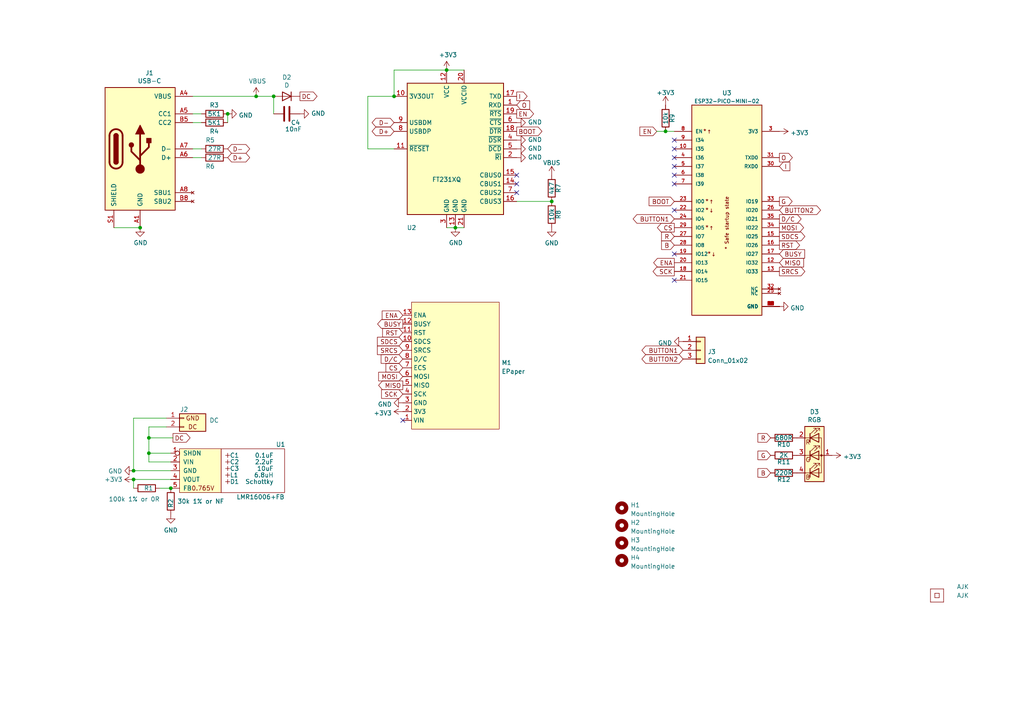
<source format=kicad_sch>
(kicad_sch (version 20211123) (generator eeschema)
  (paper "A4")
  (title_block (title "2.13\" epaper display board") (date "${DATE}") (rev "1") (company "Adrian Kennard / Andrews & Arnold Ltd") (comment 1 "@TheRealRevK") (comment 2 "www.me.uk"))
  (lib_symbols
    (symbol "Connector_Generic:Conn_01x03" (pin_names (offset 1.016) hide)
      (property "Reference" "J" (at 0 5.08 0))
      (property "Value" "Conn_01x03" (at 0 -5.08 0))
      (symbol "Conn_01x03_1_1"
        (rectangle (start -1.27 -2.413) (end 0 -2.667) (stroke (width 0.1524)))
        (rectangle (start -1.27 0.127) (end 0 -0.127) (stroke (width 0.1524)))
        (rectangle (start -1.27 2.667) (end 0 2.413) (stroke (width 0.1524)))
        (rectangle (start -1.27 3.81) (end 1.27 -3.81) (stroke (width 0.254)) (fill (type background)))
        (pin passive line (at -5.08 2.54 0) (length 3.81) (name "Pin_1") (number "1"))
        (pin passive line (at -5.08 0 0) (length 3.81) (name "Pin_2") (number "2"))
        (pin passive line (at -5.08 -2.54 0) (length 3.81) (name "Pin_3") (number "3"))
      )
    )
    (symbol "Device:C" (pin_numbers hide) (pin_names (offset 0.254))
      (property "Reference" "C" (at 0.635 2.54 0))
      (property "Value" "C" (at 0.635 -2.54 0))
      (symbol "C_0_1"
        (polyline (pts (xy -2.032 -0.762) (xy 2.032 -0.762)) (stroke (width 0.508)))
        (polyline (pts (xy -2.032 0.762) (xy 2.032 0.762)) (stroke (width 0.508)))
      )
      (symbol "C_1_1"
        (pin passive line (at 0 3.81 270) (length 2.794) (name "~") (number "1"))
        (pin passive line (at 0 -3.81 90) (length 2.794) (name "~") (number "2"))
      )
    )
    (symbol "Device:D" (pin_numbers hide) (pin_names (offset 1.016) hide)
      (property "Reference" "D" (at 0 2.54 0))
      (property "Value" "D" (at 0 -2.54 0))
      (symbol "D_0_1"
        (polyline (pts (xy -1.27 1.27) (xy -1.27 -1.27)) (stroke (width 0.254)))
        (polyline (pts (xy 1.27 0) (xy -1.27 0)))
        (polyline (pts (xy 1.27 1.27) (xy 1.27 -1.27) (xy -1.27 0) (xy 1.27 1.27)) (stroke (width 0.254)))
      )
      (symbol "D_1_1"
        (pin passive line (at -3.81 0 0) (length 2.54) (name "K") (number "1"))
        (pin passive line (at 3.81 0 180) (length 2.54) (name "A") (number "2"))
      )
    )
    (symbol "Device:LED_ARGB" (pin_names (offset 0) hide)
      (property "Reference" "D" (at 0 9.398 0))
      (property "Value" "LED_ARGB" (at 0 -8.89 0))
      (symbol "LED_ARGB_0_0"
        (text "B" (at -1.905 -6.35 0) (effects (font (size 1.27 1.27))))
        (text "G" (at -1.905 -1.27 0) (effects (font (size 1.27 1.27))))
        (text "R" (at -1.905 3.81 0) (effects (font (size 1.27 1.27))))
      )
      (symbol "LED_ARGB_0_1"
        (polyline (pts (xy -1.27 -5.08) (xy -2.54 -5.08)))
        (polyline (pts (xy -1.27 -5.08) (xy 1.27 -5.08)))
        (polyline (pts (xy -1.27 -3.81) (xy -1.27 -6.35)) (stroke (width 0.254)))
        (polyline (pts (xy -1.27 0) (xy -2.54 0)))
        (polyline (pts (xy -1.27 1.27) (xy -1.27 -1.27)) (stroke (width 0.254)))
        (polyline (pts (xy -1.27 5.08) (xy -2.54 5.08)))
        (polyline (pts (xy -1.27 5.08) (xy 1.27 5.08)))
        (polyline (pts (xy -1.27 6.35) (xy -1.27 3.81)) (stroke (width 0.254)))
        (polyline (pts (xy 1.27 0) (xy -1.27 0)))
        (polyline (pts (xy 1.27 0) (xy 2.54 0)))
        (polyline (pts (xy -1.27 1.27) (xy -1.27 -1.27) (xy -1.27 -1.27)))
        (polyline (pts (xy -1.27 6.35) (xy -1.27 3.81) (xy -1.27 3.81)))
        (polyline (pts (xy 1.27 -5.08) (xy 2.032 -5.08) (xy 2.032 5.08) (xy 1.27 5.08)))
        (polyline (pts (xy 1.27 -3.81) (xy 1.27 -6.35) (xy -1.27 -5.08) (xy 1.27 -3.81)) (stroke (width 0.254)))
        (polyline (pts (xy 1.27 1.27) (xy 1.27 -1.27) (xy -1.27 0) (xy 1.27 1.27)) (stroke (width 0.254)))
        (polyline (pts (xy 1.27 6.35) (xy 1.27 3.81) (xy -1.27 5.08) (xy 1.27 6.35)) (stroke (width 0.254)))
        (polyline (pts (xy -1.016 -3.81) (xy 0.508 -2.286) (xy -0.254 -2.286) (xy 0.508 -2.286) (xy 0.508 -3.048)))
        (polyline (pts (xy -1.016 1.27) (xy 0.508 2.794) (xy -0.254 2.794) (xy 0.508 2.794) (xy 0.508 2.032)))
        (polyline (pts (xy -1.016 6.35) (xy 0.508 7.874) (xy -0.254 7.874) (xy 0.508 7.874) (xy 0.508 7.112)))
        (polyline (pts (xy 0 -3.81) (xy 1.524 -2.286) (xy 0.762 -2.286) (xy 1.524 -2.286) (xy 1.524 -3.048)))
        (polyline (pts (xy 0 1.27) (xy 1.524 2.794) (xy 0.762 2.794) (xy 1.524 2.794) (xy 1.524 2.032)))
        (polyline (pts (xy 0 6.35) (xy 1.524 7.874) (xy 0.762 7.874) (xy 1.524 7.874) (xy 1.524 7.112)))
        (rectangle (start 1.27 -1.27) (end 1.27 1.27))
        (rectangle (start 1.27 1.27) (end 1.27 1.27))
        (rectangle (start 1.27 3.81) (end 1.27 6.35))
        (rectangle (start 1.27 6.35) (end 1.27 6.35))
        (circle (center 2.032 0) (radius 0.254) (fill (type outline)))
        (rectangle (start 2.794 8.382) (end -2.794 -7.62) (stroke (width 0.254)) (fill (type background)))
      )
      (symbol "LED_ARGB_1_1"
        (pin passive line (at 5.08 0 180) (length 2.54) (name "A") (number "1"))
        (pin passive line (at -5.08 5.08 0) (length 2.54) (name "RK") (number "2"))
        (pin passive line (at -5.08 0 0) (length 2.54) (name "GK") (number "3"))
        (pin passive line (at -5.08 -5.08 0) (length 2.54) (name "BK") (number "4"))
      )
    )
    (symbol "Device:R" (pin_numbers hide) (pin_names (offset 0))
      (property "Reference" "R" (at 2.032 0 90))
      (property "Value" "R" (at 0 0 90))
      (symbol "R_0_1"
        (rectangle (start -1.016 -2.54) (end 1.016 2.54) (stroke (width 0.254)))
      )
      (symbol "R_1_1"
        (pin passive line (at 0 3.81 270) (length 1.27) (name "~") (number "1"))
        (pin passive line (at 0 -3.81 90) (length 1.27) (name "~") (number "2"))
      )
    )
    (symbol "Mechanical:MountingHole" (pin_names (offset 1.016))
      (property "Reference" "H" (at 0 5.08 0))
      (property "Value" "MountingHole" (at 0 3.175 0))
      (symbol "MountingHole_0_1"
        (circle (center 0 0) (radius 1.27) (stroke (width 1.27)))
      )
    )
    (symbol "RevK:AJK" (pin_names (offset 1.016)) (in_bom no)
      (property "Value" "AJK" (at 0 0 0))
    )
    (symbol "RevK:EPaper"
      (property "Reference" "M" (at 24.13 1.27 0))
      (property "Value" "EPaper" (at 24.13 34.29 0))
      (symbol "EPaper_0_1"
        (rectangle (start 0 36.83) (end 25.4 0) (stroke (width 0.1524)) (fill (type background)))
      )
      (symbol "EPaper_1_1"
        (pin power_in line (at -2.54 2.54 0) (length 2.54) (name "VIN") (number "1"))
        (pin input line (at -2.54 25.4 0) (length 2.54) (name "SDCS") (number "10"))
        (pin input line (at -2.54 27.94 0) (length 2.54) (name "RST") (number "11"))
        (pin output line (at -2.54 30.48 0) (length 2.54) (name "BUSY") (number "12"))
        (pin input line (at -2.54 33.02 0) (length 2.54) (name "ENA") (number "13"))
        (pin power_in line (at -2.54 5.08 0) (length 2.54) (name "3V3") (number "2"))
        (pin power_in line (at -2.54 7.62 0) (length 2.54) (name "GND") (number "3"))
        (pin input line (at -2.54 10.16 0) (length 2.54) (name "SCK") (number "4"))
        (pin output line (at -2.54 12.7 0) (length 2.54) (name "MISO") (number "5"))
        (pin input line (at -2.54 15.24 0) (length 2.54) (name "MOSI") (number "6"))
        (pin input line (at -2.54 17.78 0) (length 2.54) (name "ECS") (number "7"))
        (pin input line (at -2.54 20.32 0) (length 2.54) (name "D/C") (number "8"))
        (pin input line (at -2.54 22.86 0) (length 2.54) (name "SRCS") (number "9"))
      )
    )
    (symbol "RevK:ESP32-PICO-MINI-02" (pin_names (offset 1.016))
      (property "Reference" "U" (at -10.16 -33.02 0))
      (property "Value" "ESP32-PICO-MINI-02" (at 0 27.94 0))
      (symbol "ESP32-PICO-MINI-02_0_0"
        (rectangle (start -10.16 -30.48) (end 10.16 30.48) (stroke (width 0.254)) (fill (type background)))
        (text "* Safe startup state" (at 0 -11.43 900) (effects (font (size 1 1)) (justify left)))
        (text "*↑" (at -6.985 22.86 0) (effects (font (size 1.27 1.27)) (justify left)))
        (text "*↑" (at -6.35 -5.08 0) (effects (font (size 1.27 1.27)) (justify left)))
        (text "*↑" (at -6.35 2.54 0) (effects (font (size 1.27 1.27)) (justify left)))
        (text "*↓" (at -6.35 0 0) (effects (font (size 1.27 1.27)) (justify left)))
        (text "*↓" (at -5.715 -12.7 0) (effects (font (size 1.27 1.27)) (justify left)))
        (pin power_in line (at 15.24 -27.94 180) (length 5.08) (name "GND") (number "1"))
        (pin input line (at -15.24 17.78 0) (length 5.08) (name "I35") (number "10"))
        (pin power_in line (at 15.24 -27.94 180) (length 5.08) (name "GND") (number "11"))
        (pin bidirectional line (at 15.24 -15.24 180) (length 5.08) (name "IO32") (number "12"))
        (pin bidirectional line (at 15.24 -17.78 180) (length 5.08) (name "IO33") (number "13"))
        (pin power_in line (at 15.24 -27.94 180) (length 5.08) (name "GND") (number "14"))
        (pin bidirectional line (at 15.24 -7.62 180) (length 5.08) (name "IO25") (number "15"))
        (pin bidirectional line (at 15.24 -10.16 180) (length 5.08) (name "IO26") (number "16"))
        (pin bidirectional line (at 15.24 -12.7 180) (length 5.08) (name "IO27") (number "17"))
        (pin bidirectional line (at -15.24 -17.78 0) (length 5.08) (name "IO14") (number "18"))
        (pin bidirectional line (at -15.24 -12.7 0) (length 5.08) (name "IO12") (number "19"))
        (pin power_in line (at 15.24 -27.94 180) (length 5.08) (name "GND") (number "2"))
        (pin bidirectional line (at -15.24 -15.24 0) (length 5.08) (name "IO13") (number "20"))
        (pin bidirectional line (at -15.24 -20.32 0) (length 5.08) (name "IO15") (number "21"))
        (pin bidirectional line (at -15.24 0 0) (length 5.08) (name "IO2") (number "22"))
        (pin bidirectional line (at -15.24 2.54 0) (length 5.08) (name "IO0") (number "23"))
        (pin bidirectional line (at -15.24 -2.54 0) (length 5.08) (name "IO4") (number "24"))
        (pin no_connect line (at 15.24 -24.13 180) (length 5.08) (name "NC") (number "25"))
        (pin bidirectional line (at 15.24 0 180) (length 5.08) (name "IO20") (number "26"))
        (pin bidirectional line (at -15.24 -7.62 0) (length 5.08) (name "IO7") (number "27"))
        (pin bidirectional line (at -15.24 -10.16 0) (length 5.08) (name "IO8") (number "28"))
        (pin bidirectional line (at -15.24 -5.08 0) (length 5.08) (name "IO5") (number "29"))
        (pin power_in line (at 15.24 22.86 180) (length 5.08) (name "3V3") (number "3"))
        (pin bidirectional line (at 15.24 12.7 180) (length 5.08) (name "RXD0") (number "30"))
        (pin bidirectional line (at 15.24 15.24 180) (length 5.08) (name "TXD0") (number "31"))
        (pin no_connect line (at 15.24 -22.86 180) (length 5.08) (name "NC") (number "32"))
        (pin bidirectional line (at 15.24 2.54 180) (length 5.08) (name "IO19") (number "33"))
        (pin bidirectional line (at 15.24 -5.08 180) (length 5.08) (name "IO22") (number "34"))
        (pin bidirectional line (at 15.24 -2.54 180) (length 5.08) (name "IO21") (number "35"))
        (pin power_in line (at 15.24 -27.94 180) (length 5.08) (name "GND") (number "36"))
        (pin power_in line (at 15.24 -27.94 180) (length 5.08) (name "GND") (number "37"))
        (pin power_in line (at 15.24 -27.94 180) (length 5.08) (name "GND") (number "38"))
        (pin power_in line (at 15.24 -27.94 180) (length 5.08) (name "GND") (number "39"))
        (pin input line (at -15.24 15.24 0) (length 5.08) (name "I36") (number "4"))
        (pin power_in line (at 15.24 -27.94 180) (length 5.08) (name "GND") (number "40"))
        (pin power_in line (at 15.24 -27.94 180) (length 5.08) (name "GND") (number "41"))
        (pin power_in line (at 15.24 -27.94 180) (length 5.08) (name "GND") (number "42"))
        (pin power_in line (at 15.24 -27.94 180) (length 5.08) (name "GND") (number "43"))
        (pin power_in line (at 15.24 -27.94 180) (length 5.08) (name "GND") (number "44"))
        (pin power_in line (at 15.24 -27.94 180) (length 5.08) (name "GND") (number "45"))
        (pin power_in line (at 15.24 -27.94 180) (length 5.08) (name "GND") (number "46"))
        (pin power_in line (at 15.24 -27.94 180) (length 5.08) (name "GND") (number "47"))
        (pin power_in line (at 15.24 -27.94 180) (length 5.08) (name "GND") (number "48"))
        (pin power_in line (at 15.24 -27.94 180) (length 5.08) (name "GND") (number "49"))
        (pin input line (at -15.24 12.7 0) (length 5.08) (name "I37") (number "5"))
        (pin power_in line (at 15.24 -27.94 180) (length 5.08) (name "GND") (number "50"))
        (pin power_in line (at 15.24 -27.94 180) (length 5.08) (name "GND") (number "51"))
        (pin power_in line (at 15.24 -27.94 180) (length 5.08) (name "GND") (number "52"))
        (pin power_in line (at 15.24 -27.94 180) (length 5.08) (name "GND") (number "53"))
        (pin input line (at -15.24 10.16 0) (length 5.08) (name "I38") (number "6"))
        (pin input line (at -15.24 7.62 0) (length 5.08) (name "I39") (number "7"))
        (pin input line (at -15.24 22.86 0) (length 5.08) (name "EN") (number "8"))
        (pin input line (at -15.24 20.32 0) (length 5.08) (name "I34") (number "9"))
      )
    )
    (symbol "RevK:FT231XQ"
      (property "Reference" "U" (at -13.97 20.32 0))
      (property "Value" "FT231XQ" (at 6.35 20.32 0))
      (symbol "FT231XQ_0_1"
        (rectangle (start -13.97 19.05) (end 13.97 -19.05) (stroke (width 0.254)) (fill (type background)))
      )
      (symbol "FT231XQ_1_1"
        (pin input line (at 17.78 12.7 180) (length 3.81) (name "RXD") (number "1"))
        (pin passive line (at -17.78 15.24 0) (length 3.81) (name "3V3OUT") (number "10"))
        (pin input line (at -17.78 0 0) (length 3.81) (name "~{RESET}") (number "11"))
        (pin power_in line (at -2.54 22.86 270) (length 3.81) (name "VCC") (number "12"))
        (pin power_in line (at 0 -22.86 90) (length 3.81) (name "GND") (number "13"))
        (pin bidirectional line (at 17.78 -10.16 180) (length 3.81) (name "CBUS1") (number "14"))
        (pin bidirectional line (at 17.78 -7.62 180) (length 3.81) (name "CBUS0") (number "15"))
        (pin bidirectional line (at 17.78 -15.24 180) (length 3.81) (name "CBUS3") (number "16"))
        (pin output line (at 17.78 15.24 180) (length 3.81) (name "TXD") (number "17"))
        (pin output line (at 17.78 5.08 180) (length 3.81) (name "~{DTR}") (number "18"))
        (pin output line (at 17.78 10.16 180) (length 3.81) (name "~{RTS}") (number "19"))
        (pin input line (at 17.78 -2.54 180) (length 3.81) (name "~{RI}") (number "2"))
        (pin power_in line (at 2.54 22.86 270) (length 3.81) (name "VCCIO") (number "20"))
        (pin power_in line (at 2.54 -22.86 90) (length 3.81) (name "GND") (number "21"))
        (pin power_in line (at -2.54 -22.86 90) (length 3.81) (name "GND") (number "3"))
        (pin input line (at 17.78 2.54 180) (length 3.81) (name "~{DSR}") (number "4"))
        (pin input line (at 17.78 0 180) (length 3.81) (name "~{DCD}") (number "5"))
        (pin input line (at 17.78 7.62 180) (length 3.81) (name "~{CTS}") (number "6"))
        (pin bidirectional line (at 17.78 -12.7 180) (length 3.81) (name "CBUS2") (number "7"))
        (pin bidirectional line (at -17.78 5.08 0) (length 3.81) (name "USBDP") (number "8"))
        (pin bidirectional line (at -17.78 7.62 0) (length 3.81) (name "USBDM") (number "9"))
      )
    )
    (symbol "RevK:Hidden" (pin_names (offset 1.016))
      (property "Reference" "Z" (at 0.635 0 0))
      (property "Value" "Hidden" (at 4.445 0 0))
      (symbol "Hidden_0_1"
        (polyline (pts (xy -0.635 0) (xy 0.635 0)) (stroke (width 0.1524)))
        (polyline (pts (xy 0 0.635) (xy 0 -0.635)) (stroke (width 0.1524)))
      )
      (symbol "Hidden_1_1"
        (pin no_connect non_logic (at 0 -2.54 90) (length 2.54) hide (name "~") (number "~"))
      )
    )
    (symbol "RevK:LMR16006+FB" (pin_names (offset 1.016))
      (property "Reference" "U" (at 11.43 2.54 0))
      (property "Value" "LMR16006+FB" (at 7.62 -12.7 0))
      (symbol "LMR16006+FB_0_0"
        (rectangle (start 2.54 1.27) (end 14.605 -11.43) (fill (type background)))
        (text "0.765V" (at 12.7 -10.16 0) (effects (font (size 1.27 1.27)) (justify right)))
      )
      (symbol "LMR16006+FB_0_1"
        (rectangle (start 14.605 1.27) (end 33.02 -11.43))
      )
      (symbol "LMR16006+FB_1_1"
        (pin input inverted (at 0 0 0) (length 2.54) (name "SHDN") (number "1"))
        (pin power_in line (at 0 -2.54 0) (length 2.54) (name "VIN") (number "2"))
        (pin power_in line (at 0 -5.08 0) (length 2.54) (name "GND") (number "3"))
        (pin power_out line (at 0 -7.62 0) (length 2.54) (name "VOUT") (number "4"))
        (pin passive line (at 0 -10.16 0) (length 2.54) (name "FB") (number "5"))
      )
    )
    (symbol "RevK:PowerIn" (pin_names (offset 1.016) hide)
      (property "Reference" "J" (at 0 2.54 0))
      (property "Value" "PowerIn" (at 2.54 -5.08 0))
      (symbol "PowerIn_0_0"
        (text "DC" (at 2.54 -2.54 0) (effects (font (size 1.27 1.27))))
        (text "GND" (at 2.54 0 0) (effects (font (size 1.27 1.27))))
      )
      (symbol "PowerIn_1_1"
        (rectangle (start -1.27 -2.413) (end 0 -2.667) (stroke (width 0.1524)))
        (rectangle (start -1.27 0.127) (end 0 -0.127) (stroke (width 0.1524)))
        (rectangle (start -1.27 1.27) (end 6.35 -3.81) (stroke (width 0.254)) (fill (type background)))
        (pin power_in line (at -5.08 0 0) (length 3.81) (name "GND") (number "1"))
        (pin power_out line (at -5.08 -2.54 0) (length 3.81) (name "DC") (number "2"))
      )
    )
    (symbol "RevK:QR" (pin_names (offset 1.016)) (in_bom no)
      (symbol "QR_0_1"
        (rectangle (start -1.905 -1.905) (end -1.905 1.905))
        (rectangle (start -1.905 1.905) (end 1.905 1.905))
        (rectangle (start -0.635 -0.635) (end -0.635 0.635))
        (rectangle (start -0.635 0.635) (end 0.635 0.635))
        (rectangle (start 0.635 -0.635) (end -0.635 -0.635))
        (rectangle (start 0.635 0.635) (end 0.635 -0.635))
        (rectangle (start 1.905 -1.905) (end -1.905 -1.905))
        (rectangle (start 1.905 1.905) (end 1.905 -1.905))
      )
    )
    (symbol "RevK:USB-C" (pin_names (offset 1.016))
      (property "Reference" "J" (at -10.16 19.05 0))
      (property "Value" "USB-C" (at -7.62 15.24 0))
      (symbol "USB-C_0_1"
        (rectangle (start -10.16 17.78) (end 10.16 -17.78) (stroke (width 0.254)) (fill (type background)))
        (arc (start -8.89 -3.81) (mid -6.985 -5.715) (end -5.08 -3.81) (stroke (width 0.508)))
        (arc (start -7.62 -3.81) (mid -6.985 -4.445) (end -6.35 -3.81) (stroke (width 0.254)))
        (arc (start -7.62 -3.81) (mid -6.985 -4.445) (end -6.35 -3.81) (stroke (width 0.254)) (fill (type outline)))
        (rectangle (start -7.62 -3.81) (end -6.35 3.81) (stroke (width 0.254)) (fill (type outline)))
        (arc (start -6.35 3.81) (mid -6.985 4.445) (end -7.62 3.81) (stroke (width 0.254)))
        (arc (start -6.35 3.81) (mid -6.985 4.445) (end -7.62 3.81) (stroke (width 0.254)) (fill (type outline)))
        (arc (start -5.08 3.81) (mid -6.985 5.715) (end -8.89 3.81) (stroke (width 0.508)))
        (circle (center -2.54 1.143) (radius 0.635) (stroke (width 0.254)) (fill (type outline)))
        (circle (center 0 -5.842) (radius 1.27) (fill (type outline)))
        (polyline (pts (xy -8.89 -3.81) (xy -8.89 3.81)) (stroke (width 0.508)))
        (polyline (pts (xy -5.08 3.81) (xy -5.08 -3.81)) (stroke (width 0.508)))
        (polyline (pts (xy 0 -5.842) (xy 0 4.318)) (stroke (width 0.508)))
        (polyline (pts (xy 0 -3.302) (xy -2.54 -0.762) (xy -2.54 0.508)) (stroke (width 0.508)))
        (polyline (pts (xy 0 -2.032) (xy 2.54 0.508) (xy 2.54 1.778)) (stroke (width 0.508)))
        (polyline (pts (xy -1.27 4.318) (xy 0 6.858) (xy 1.27 4.318) (xy -1.27 4.318)) (stroke (width 0.254)) (fill (type outline)))
        (rectangle (start 1.905 1.778) (end 3.175 3.048) (stroke (width 0.254)) (fill (type outline)))
      )
      (symbol "USB-C_1_1"
        (pin power_out line (at 0 -22.86 90) (length 5.08) (name "GND") (number "A1"))
        (pin passive line (at 0 -22.86 90) (length 5.08) hide (name "GND") (number "A12"))
        (pin power_out line (at 15.24 15.24 180) (length 5.08) (name "VBUS") (number "A4"))
        (pin bidirectional line (at 15.24 10.16 180) (length 5.08) (name "CC1") (number "A5"))
        (pin bidirectional line (at 15.24 -2.54 180) (length 5.08) (name "D+") (number "A6"))
        (pin bidirectional line (at 15.24 0 180) (length 5.08) (name "D-") (number "A7"))
        (pin no_connect line (at 15.24 -12.7 180) (length 5.08) (name "SBU1") (number "A8"))
        (pin passive line (at 15.24 15.24 180) (length 5.08) hide (name "VBUS") (number "A9"))
        (pin passive line (at 0 -22.86 90) (length 5.08) hide (name "GND") (number "B1"))
        (pin passive line (at 0 -22.86 90) (length 5.08) hide (name "GND") (number "B12"))
        (pin passive line (at 15.24 15.24 180) (length 5.08) hide (name "VBUS") (number "B4"))
        (pin bidirectional line (at 15.24 7.62 180) (length 5.08) (name "CC2") (number "B5"))
        (pin bidirectional line (at 15.24 -2.54 180) (length 5.08) hide (name "D+") (number "B6"))
        (pin bidirectional line (at 15.24 0 180) (length 5.08) hide (name "D-") (number "B7"))
        (pin no_connect line (at 15.24 -15.24 180) (length 5.08) (name "SBU2") (number "B8"))
        (pin passive line (at 15.24 15.24 180) (length 5.08) hide (name "VBUS") (number "B9"))
        (pin passive line (at -7.62 -22.86 90) (length 5.08) (name "SHIELD") (number "S1"))
      )
    )
    (symbol "power:+3.3V" (power) (pin_names (offset 0))
      (property "Value" "+3.3V" (at 0 3.556 0))
      (symbol "+3.3V_0_1"
        (polyline (pts (xy -0.762 1.27) (xy 0 2.54)))
        (polyline (pts (xy 0 0) (xy 0 2.54)))
        (polyline (pts (xy 0 2.54) (xy 0.762 1.27)))
      )
      (symbol "+3.3V_1_1"
        (pin power_in line (at 0 0 90) (length 0) hide (name "+3V3") (number "1"))
      )
    )
    (symbol "power:+3V3" (power) (pin_names (offset 0))
      (property "Value" "+3V3" (at 0 3.556 0))
      (symbol "+3V3_0_1"
        (polyline (pts (xy -0.762 1.27) (xy 0 2.54)))
        (polyline (pts (xy 0 0) (xy 0 2.54)))
        (polyline (pts (xy 0 2.54) (xy 0.762 1.27)))
      )
      (symbol "+3V3_1_1"
        (pin power_in line (at 0 0 90) (length 0) hide (name "+3V3") (number "1"))
      )
    )
    (symbol "power:GND" (power) (pin_names (offset 0))
      (property "Value" "GND" (at 0 -3.81 0))
      (symbol "GND_0_1"
        (polyline (pts (xy 0 0) (xy 0 -1.27) (xy 1.27 -1.27) (xy 0 -2.54) (xy -1.27 -1.27) (xy 0 -1.27)))
      )
      (symbol "GND_1_1"
        (pin power_in line (at 0 0 270) (length 0) hide (name "GND") (number "1"))
      )
    )
    (symbol "power:VBUS" (power) (pin_names (offset 0))
      (property "Value" "VBUS" (at 0 3.81 0))
      (symbol "VBUS_0_1"
        (polyline (pts (xy -0.762 1.27) (xy 0 2.54)))
        (polyline (pts (xy 0 0) (xy 0 2.54)))
        (polyline (pts (xy 0 2.54) (xy 0.762 1.27)))
      )
      (symbol "VBUS_1_1"
        (pin power_in line (at 0 0 90) (length 0) hide (name "VBUS") (number "1"))
      )
    )
  )
  (junction (at 160.02 58.42))
  (junction (at 129.54 20.32))
  (junction (at 43.18 131.445))
  (junction (at 193.04 38.1))
  (junction (at 114.3 27.94))
  (junction (at 74.295 27.94))
  (junction (at 132.08 66.04))
  (junction (at 43.18 127))
  (junction (at 49.53 141.605))
  (junction (at 38.735 139.065))
  (junction (at 66.04 33.02))
  (junction (at 40.64 66.04))
  (junction (at 79.375 27.94))
  (junction (at 38.735 136.525))
  (no_connect (at 195.58 81.28))
  (no_connect (at 116.84 121.92))
  (no_connect (at 149.86 55.88))
  (no_connect (at 195.58 60.96))
  (no_connect (at 195.58 73.66))
  (no_connect (at 149.86 50.8))
  (no_connect (at 149.86 53.34))
  (no_connect (at 195.58 48.26))
  (no_connect (at 195.58 45.72))
  (no_connect (at 195.58 43.18))
  (no_connect (at 195.58 53.34))
  (no_connect (at 195.58 50.8))
  (no_connect (at 195.58 40.64))
  (wire (pts (xy 55.88 33.02) (xy 58.42 33.02)))
  (wire (pts (xy 55.88 27.94) (xy 74.295 27.94)))
  (wire (pts (xy 66.04 33.02) (xy 66.04 35.56)))
  (wire (pts (xy 38.735 136.525) (xy 49.53 136.525)))
  (wire (pts (xy 106.68 27.94) (xy 106.68 43.18)))
  (wire (pts (xy 79.375 27.94) (xy 79.375 33.02)))
  (wire (pts (xy 55.88 45.72) (xy 58.42 45.72)))
  (wire (pts (xy 193.04 38.1) (xy 195.58 38.1)))
  (wire (pts (xy 38.735 139.065) (xy 49.53 139.065)))
  (wire (pts (xy 43.18 127) (xy 50.165 127)))
  (wire (pts (xy 114.3 27.94) (xy 106.68 27.94)))
  (wire (pts (xy 33.02 66.04) (xy 40.64 66.04)))
  (wire (pts (xy 46.355 141.605) (xy 49.53 141.605)))
  (wire (pts (xy 106.68 43.18) (xy 114.3 43.18)))
  (wire (pts (xy 43.18 123.825) (xy 43.18 127)))
  (wire (pts (xy 48.26 123.825) (xy 43.18 123.825)))
  (wire (pts (xy 55.88 35.56) (xy 58.42 35.56)))
  (wire (pts (xy 74.295 27.94) (xy 79.375 27.94)))
  (wire (pts (xy 43.18 127) (xy 43.18 131.445)))
  (wire (pts (xy 114.3 20.32) (xy 129.54 20.32)))
  (wire (pts (xy 55.88 43.18) (xy 58.42 43.18)))
  (wire (pts (xy 114.3 27.94) (xy 114.3 20.32)))
  (wire (pts (xy 43.18 133.985) (xy 49.53 133.985)))
  (wire (pts (xy 38.735 121.285) (xy 48.26 121.285)))
  (wire (pts (xy 129.54 20.32) (xy 134.62 20.32)))
  (wire (pts (xy 43.18 131.445) (xy 49.53 131.445)))
  (wire (pts (xy 38.735 136.525) (xy 38.735 121.285)))
  (wire (pts (xy 38.735 139.065) (xy 38.735 141.605)))
  (wire (pts (xy 149.86 58.42) (xy 160.02 58.42)))
  (wire (pts (xy 129.54 66.04) (xy 132.08 66.04)))
  (wire (pts (xy 190.5 38.1) (xy 193.04 38.1)))
  (wire (pts (xy 43.18 131.445) (xy 43.18 133.985)))
  (wire (pts (xy 132.08 66.04) (xy 134.62 66.04)))
  (global_label "B" (shape input) (at 195.58 71.12 180) (property "Intersheet References" "${INTERSHEET_REFS}" (effects hide)))
  (global_label "D+" (shape bidirectional) (at 114.3 38.1 180) (property "Intersheet References" "${INTERSHEET_REFS}" (effects hide)))
  (global_label "BUTTON2" (shape bidirectional) (at 198.12 104.14 180) (property "Intersheet References" "${INTERSHEET_REFS}" (effects hide)))
  (global_label "BOOT" (shape input) (at 195.58 58.42 180) (property "Intersheet References" "${INTERSHEET_REFS}" (effects hide)))
  (global_label "MISO" (shape output) (at 116.84 111.76 180) (property "Intersheet References" "${INTERSHEET_REFS}" (effects hide)))
  (global_label "SDCS" (shape input) (at 116.84 99.06 180) (property "Intersheet References" "${INTERSHEET_REFS}" (effects hide)))
  (global_label "I" (shape input) (at 226.06 48.26 0) (property "Intersheet References" "${INTERSHEET_REFS}" (effects hide)))
  (global_label "SCK" (shape output) (at 195.58 78.74 180) (property "Intersheet References" "${INTERSHEET_REFS}" (effects hide)))
  (global_label "SDCS" (shape output) (at 226.06 68.58 0) (property "Intersheet References" "${INTERSHEET_REFS}" (effects hide)))
  (global_label "MOSI" (shape input) (at 116.84 109.22 180) (property "Intersheet References" "${INTERSHEET_REFS}" (effects hide)))
  (global_label "D-" (shape bidirectional) (at 66.04 43.18 0) (property "Intersheet References" "${INTERSHEET_REFS}" (effects hide)))
  (global_label "D{slash}C" (shape output) (at 226.06 63.5 0) (property "Intersheet References" "${INTERSHEET_REFS}" (effects hide)))
  (global_label "B" (shape input) (at 223.52 137.16 180) (property "Intersheet References" "${INTERSHEET_REFS}" (effects hide)))
  (global_label "EN" (shape output) (at 149.86 33.02 0) (property "Intersheet References" "${INTERSHEET_REFS}" (effects hide)))
  (global_label "G" (shape input) (at 223.52 132.08 180) (property "Intersheet References" "${INTERSHEET_REFS}" (effects hide)))
  (global_label "BUSY" (shape input) (at 226.06 73.66 0) (property "Intersheet References" "${INTERSHEET_REFS}" (effects hide)))
  (global_label "BUTTON1" (shape bidirectional) (at 198.12 101.6 180) (property "Intersheet References" "${INTERSHEET_REFS}" (effects hide)))
  (global_label "CS" (shape input) (at 116.84 106.68 180) (property "Intersheet References" "${INTERSHEET_REFS}" (effects hide)))
  (global_label "DC" (shape output) (at 86.995 27.94 0) (property "Intersheet References" "${INTERSHEET_REFS}" (effects hide)))
  (global_label "BUTTON2" (shape bidirectional) (at 226.06 60.96 0) (property "Intersheet References" "${INTERSHEET_REFS}" (effects hide)))
  (global_label "SRCS" (shape output) (at 226.06 78.74 0) (property "Intersheet References" "${INTERSHEET_REFS}" (effects hide)))
  (global_label "BUTTON1" (shape bidirectional) (at 195.58 63.5 180) (property "Intersheet References" "${INTERSHEET_REFS}" (effects hide)))
  (global_label "DC" (shape output) (at 50.165 127 0) (property "Intersheet References" "${INTERSHEET_REFS}" (effects hide)))
  (global_label "CS" (shape output) (at 195.58 66.04 180) (property "Intersheet References" "${INTERSHEET_REFS}" (effects hide)))
  (global_label "I" (shape output) (at 149.86 27.94 0) (property "Intersheet References" "${INTERSHEET_REFS}" (effects hide)))
  (global_label "BOOT" (shape output) (at 149.86 38.1 0) (property "Intersheet References" "${INTERSHEET_REFS}" (effects hide)))
  (global_label "ENA" (shape input) (at 116.84 91.44 180) (property "Intersheet References" "${INTERSHEET_REFS}" (effects hide)))
  (global_label "SCK" (shape input) (at 116.84 114.3 180) (property "Intersheet References" "${INTERSHEET_REFS}" (effects hide)))
  (global_label "D{slash}C" (shape input) (at 116.84 104.14 180) (property "Intersheet References" "${INTERSHEET_REFS}" (effects hide)))
  (global_label "D-" (shape bidirectional) (at 114.3 35.56 180) (property "Intersheet References" "${INTERSHEET_REFS}" (effects hide)))
  (global_label "R" (shape input) (at 195.58 68.58 180) (property "Intersheet References" "${INTERSHEET_REFS}" (effects hide)))
  (global_label "G" (shape output) (at 226.06 58.42 0) (property "Intersheet References" "${INTERSHEET_REFS}" (effects hide)))
  (global_label "BUSY" (shape output) (at 116.84 93.98 180) (property "Intersheet References" "${INTERSHEET_REFS}" (effects hide)))
  (global_label "EN" (shape input) (at 190.5 38.1 180) (property "Intersheet References" "${INTERSHEET_REFS}" (effects hide)))
  (global_label "R" (shape input) (at 223.52 127 180) (property "Intersheet References" "${INTERSHEET_REFS}" (effects hide)))
  (global_label "MOSI" (shape output) (at 226.06 66.04 0) (property "Intersheet References" "${INTERSHEET_REFS}" (effects hide)))
  (global_label "RST" (shape input) (at 116.84 96.52 180) (property "Intersheet References" "${INTERSHEET_REFS}" (effects hide)))
  (global_label "RST" (shape output) (at 226.06 71.12 0) (property "Intersheet References" "${INTERSHEET_REFS}" (effects hide)))
  (global_label "ENA" (shape output) (at 195.58 76.2 180) (property "Intersheet References" "${INTERSHEET_REFS}" (effects hide)))
  (global_label "O" (shape input) (at 149.86 30.48 0) (property "Intersheet References" "${INTERSHEET_REFS}" (effects hide)))
  (global_label "SRCS" (shape input) (at 116.84 101.6 180) (property "Intersheet References" "${INTERSHEET_REFS}" (effects hide)))
  (global_label "MISO" (shape input) (at 226.06 76.2 0) (property "Intersheet References" "${INTERSHEET_REFS}" (effects hide)))
  (global_label "D+" (shape bidirectional) (at 66.04 45.72 0) (property "Intersheet References" "${INTERSHEET_REFS}" (effects hide)))
  (global_label "O" (shape output) (at 226.06 45.72 0) (property "Intersheet References" "${INTERSHEET_REFS}" (effects hide)))
  (symbol (lib_id "RevK:USB-C") (at 40.64 43.18 0) (unit 1)
    (property "Reference" "J1" (at 43.3578 21.1582 0))
    (property "Value" "USB-C" (at 43.3578 23.4696 0))
    (property "Footprint" "RevK:USC16-TR-Round" (effects hide))
    (property "Datasheet" "https://www.usb.org/sites/default/files/documents/usb_type-c.zip" (effects hide))
  )
  (symbol (lib_id "power:GND") (at 40.64 66.04 0) (unit 1)
    (property "Reference" "#PWR03" (effects hide))
    (property "Value" "GND" (at 40.767 70.4342 0))
  )
  (symbol (lib_id "power:+3V3") (at 129.54 20.32 0) (unit 1)
    (property "Reference" "#PWR010" (effects hide))
    (property "Value" "+3V3" (at 129.921 15.9258 0))
  )
  (symbol (lib_id "Device:R") (at 62.23 35.56 90) (unit 1)
    (property "Reference" "R4" (at 63.5 38.1 90) (effects (justify left)))
    (property "Value" "5K1" (at 64.135 35.56 90) (effects (justify left)))
    (property "Footprint" "RevK:R_0603" (effects hide))
  )
  (symbol (lib_id "Device:R") (at 62.23 33.02 90) (unit 1)
    (property "Reference" "R3" (at 63.5 30.48 90) (effects (justify left)))
    (property "Value" "5K1" (at 64.135 33.02 90) (effects (justify left)))
    (property "Footprint" "RevK:R_0603" (effects hide))
  )
  (symbol (lib_id "RevK:AJK") (at 276.86 172.72 0) (unit 1) (in_bom no)
    (property "Reference" "Logo2" (effects hide))
    (property "Value" "AJK" (at 277.495 172.72 0) (effects (justify left)))
    (property "Footprint" "RevK:AJK" (effects hide))
    (property "Note" "Non part, PCB printed" (effects hide))
  )
  (symbol (lib_id "RevK:FT231XQ") (at 132.08 43.18 0) (unit 1)
    (property "Reference" "U2" (at 119.38 66.04 0))
    (property "Value" "FT231XQ" (at 129.54 52.07 0))
    (property "Footprint" "RevK:QFN-20-1EP_4x4mm_P0.5mm_EP2.5x2.5mm" (effects hide))
    (property "Datasheet" "https://www.ftdichip.com/Support/Documents/DataSheets/ICs/DS_FT231X.pdf" (effects hide))
  )
  (symbol (lib_id "power:GND") (at 149.86 35.56 90) (unit 1)
    (property "Reference" "#PWR012" (effects hide))
    (property "Value" "GND" (at 153.1112 35.433 90) (effects (justify right)))
  )
  (symbol (lib_id "power:GND") (at 149.86 40.64 90) (unit 1)
    (property "Reference" "#PWR013" (effects hide))
    (property "Value" "GND" (at 153.1112 40.513 90) (effects (justify right)))
  )
  (symbol (lib_id "power:GND") (at 149.86 43.18 90) (unit 1)
    (property "Reference" "#PWR014" (effects hide))
    (property "Value" "GND" (at 153.1112 43.053 90) (effects (justify right)))
  )
  (symbol (lib_id "power:GND") (at 149.86 45.72 90) (unit 1)
    (property "Reference" "#PWR015" (effects hide))
    (property "Value" "GND" (at 153.1112 45.593 90) (effects (justify right)))
  )
  (symbol (lib_id "power:GND") (at 132.08 66.04 0) (unit 1)
    (property "Reference" "#PWR011" (effects hide))
    (property "Value" "GND" (at 132.207 70.4342 0))
  )
  (symbol (lib_id "Device:R") (at 227.33 137.16 270) (unit 1)
    (property "Reference" "R12" (at 227.33 139.065 90))
    (property "Value" "220R" (at 227.33 137.16 90))
    (property "Footprint" "RevK:R_0603" (effects hide))
  )
  (symbol (lib_id "power:+3.3V") (at 241.3 132.08 270) (unit 1)
    (property "Reference" "#PWR022" (effects hide))
    (property "Value" "+3.3V" (at 244.5512 132.461 90) (effects (justify left)))
  )
  (symbol (lib_id "Device:LED_ARGB") (at 236.22 132.08 0) (unit 1)
    (property "Reference" "D3" (at 236.22 119.4562 0))
    (property "Value" "RGB" (at 236.22 121.7676 0))
    (property "Footprint" "RevK:LED-RGB-1.6x1.6" (effects hide))
  )
  (symbol (lib_id "Device:R") (at 227.33 127 270) (unit 1)
    (property "Reference" "R10" (at 227.33 128.905 90))
    (property "Value" "680R" (at 227.33 127 90))
    (property "Footprint" "RevK:R_0603" (effects hide))
  )
  (symbol (lib_id "Device:R") (at 227.33 132.08 270) (unit 1)
    (property "Reference" "R11" (at 227.33 133.985 90))
    (property "Value" "2K" (at 227.33 132.08 90))
    (property "Footprint" "RevK:R_0603" (effects hide))
  )
  (symbol (lib_id "RevK:Hidden") (at 66.04 132.08 0) (unit 1)
    (property "Reference" "C1" (at 66.675 132.08 0) (effects (justify left)))
    (property "Value" "0.1uF" (at 79.375 132.08 0) (effects (justify right)))
    (property "Footprint" "RevK:Hidden" (effects hide))
    (property "Note" "X7R or X5R 0603" (effects hide))
  )
  (symbol (lib_id "RevK:Hidden") (at 66.04 133.985 0) (unit 1)
    (property "Reference" "C2" (at 66.675 133.985 0) (effects (justify left)))
    (property "Value" "2.2uF" (at 79.375 133.985 0) (effects (justify right)))
    (property "Footprint" "RevK:Hidden" (effects hide))
    (property "Note" "0603 or 0805" (effects hide))
  )
  (symbol (lib_id "RevK:Hidden") (at 66.04 135.89 0) (unit 1)
    (property "Reference" "C3" (at 66.675 135.89 0) (effects (justify left)))
    (property "Value" "10uF" (at 79.375 135.89 0) (effects (justify right)))
    (property "Footprint" "RevK:Hidden" (effects hide))
    (property "Note" "0603 or 0805" (effects hide))
  )
  (symbol (lib_id "RevK:Hidden") (at 66.04 137.795 0) (unit 1)
    (property "Reference" "L1" (at 66.675 137.795 0) (effects (justify left)))
    (property "Value" "6.8uH" (at 79.375 137.795 0) (effects (justify right)))
    (property "Footprint" "RevK:Hidden" (effects hide))
    (property "Datasheet" "https://www.mouser.co.uk/datasheet/2/987/Laird_Performance_TYA4020_series__Rev_A_-1877538.pdf" (effects hide))
    (property "Manufacturer" "Laird" (effects hide))
    (property "Part No" "TYA4020" (effects hide))
  )
  (symbol (lib_id "RevK:Hidden") (at 66.04 139.7 0) (unit 1)
    (property "Reference" "D1" (at 66.675 139.7 0) (effects (justify left)))
    (property "Value" "Schottky" (at 79.375 139.7 0) (effects (justify right)))
    (property "Footprint" "RevK:Hidden" (effects hide))
    (property "Datasheet" "https://www.mouser.co.uk/datasheet/2/54/CD1206-B220_B2100-777245.pdf" (effects hide))
    (property "Manufacturer" "Bourns" (effects hide))
    (property "Part No" "CD1206-B2100" (effects hide))
  )
  (symbol (lib_id "power:GND") (at 160.02 66.04 0) (unit 1)
    (property "Reference" "#PWR017" (effects hide))
    (property "Value" "GND" (at 160.02 70.4834 0))
  )
  (symbol (lib_id "RevK:PowerIn") (at 53.34 121.285 0) (unit 1)
    (property "Reference" "J2" (at 54.61 118.745 0) (effects (justify right)))
    (property "Value" "DC" (at 63.5 121.92 0) (effects (justify right)))
    (property "Footprint" "RevK:Molex_MiniSPOX_H2RA" (effects hide))
    (property "Notes" "Not fitted" (effects hide))
  )
  (symbol (lib_id "power:GND") (at 49.53 149.225 0) (unit 1)
    (property "Reference" "#PWR04" (effects hide))
    (property "Value" "GND" (at 49.53 153.7875 0))
  )
  (symbol (lib_id "power:VBUS") (at 74.295 27.94 0) (unit 1)
    (property "Reference" "#PWR06" (effects hide))
    (property "Value" "VBUS" (at 74.676 23.5458 0))
  )
  (symbol (lib_id "power:+3.3V") (at 38.735 139.065 90) (unit 1)
    (property "Reference" "#PWR02" (effects hide))
    (property "Value" "+3.3V" (at 35.56 139.065 90) (effects (justify left)))
  )
  (symbol (lib_id "power:GND") (at 198.12 99.06 270) (unit 1)
    (property "Reference" "#PWR019" (effects hide))
    (property "Value" "GND" (at 194.9451 99.4938 90) (effects (justify right)))
  )
  (symbol (lib_id "power:+3.3V") (at 116.84 119.38 90) (unit 1)
    (property "Reference" "#PWR09" (effects hide))
    (property "Value" "+3.3V" (at 113.665 119.8138 90) (effects (justify left)))
  )
  (symbol (lib_id "power:GND") (at 86.995 33.02 90) (unit 1)
    (property "Reference" "#PWR07" (effects hide))
    (property "Value" "GND" (at 90.2462 32.893 90) (effects (justify right)))
  )
  (symbol (lib_id "power:+3.3V") (at 193.04 30.48 0) (unit 1)
    (property "Reference" "#PWR018" (effects hide))
    (property "Value" "+3.3V" (at 193.04 26.9042 0))
  )
  (symbol (lib_id "power:GND") (at 226.06 88.9 90) (unit 1)
    (property "Reference" "#PWR021" (effects hide))
    (property "Value" "GND" (at 229.235 89.3338 90) (effects (justify right)))
  )
  (symbol (lib_id "Mechanical:MountingHole") (at 180.34 152.4 0) (unit 1) (in_bom no)
    (property "Reference" "H2" (at 182.88 151.5653 0) (effects (justify left)))
    (property "Value" "MountingHole" (at 182.88 154.1022 0) (effects (justify left)))
    (property "Footprint" "RevK:Hole-2.5mm" (effects hide))
  )
  (symbol (lib_id "Mechanical:MountingHole") (at 180.34 162.56 0) (unit 1) (in_bom no)
    (property "Reference" "H4" (at 182.88 161.7253 0) (effects (justify left)))
    (property "Value" "MountingHole" (at 182.88 164.2622 0) (effects (justify left)))
    (property "Footprint" "RevK:Hole-2.5mm" (effects hide))
  )
  (symbol (lib_id "RevK:QR") (at 271.78 172.72 0) (unit 1) (in_bom no)
    (property "Reference" "U4" (effects hide))
    (property "Value" "QR" (effects hide))
    (property "Footprint" "RevK:QR-GFX" (effects hide))
    (property "Note" "Non part, PCB printed" (effects hide))
  )
  (symbol (lib_id "power:GND") (at 66.04 33.02 90) (unit 1)
    (property "Reference" "#PWR05" (effects hide))
    (property "Value" "GND" (at 69.215 33.4538 90) (effects (justify right)))
  )
  (symbol (lib_id "Mechanical:MountingHole") (at 180.34 147.32 0) (unit 1) (in_bom no)
    (property "Reference" "H1" (at 182.88 146.4853 0) (effects (justify left)))
    (property "Value" "MountingHole" (at 182.88 149.0222 0) (effects (justify left)))
    (property "Footprint" "RevK:Hole-2.5mm" (effects hide))
  )
  (symbol (lib_id "Mechanical:MountingHole") (at 180.34 157.48 0) (unit 1) (in_bom no)
    (property "Reference" "H3" (at 182.88 156.6453 0) (effects (justify left)))
    (property "Value" "MountingHole" (at 182.88 159.1822 0) (effects (justify left)))
    (property "Footprint" "RevK:Hole-2.5mm" (effects hide))
  )
  (symbol (lib_id "RevK:EPaper") (at 119.38 124.46 0) (unit 1)
    (property "Reference" "M1" (at 145.4912 105.2103 0) (effects (justify left)))
    (property "Value" "EPaper" (at 145.4912 107.7472 0) (effects (justify left)))
    (property "Footprint" "Connector_PinHeader_2.54mm:PinHeader_1x13_P2.54mm_Vertical" (effects hide))
  )
  (symbol (lib_id "Device:R") (at 42.545 141.605 90) (unit 1)
    (property "Reference" "R1" (at 44.45 141.605 90) (effects (justify left)))
    (property "Value" "100k 1% or 0R" (at 46.355 144.78 90) (effects (justify left)))
    (property "Footprint" "RevK:R_0603" (effects hide))
  )
  (symbol (lib_id "Device:R") (at 62.23 45.72 90) (unit 1)
    (property "Reference" "R6" (at 60.96 48.26 90))
    (property "Value" "27R" (at 62.23 45.72 90))
    (property "Footprint" "RevK:R_0603" (effects hide))
  )
  (symbol (lib_id "RevK:LMR16006+FB") (at 49.53 131.445 0) (unit 1)
    (property "Reference" "U1" (at 80.01 128.905 0) (effects (justify left)))
    (property "Value" "LMR16006+FB" (at 68.58 144.145 0) (effects (justify left)))
    (property "Footprint" "RevK:RegulatorBlockFB" (effects hide))
    (property "Manufacturer" "TI" (effects hide))
    (property "Part No" "LMR16006YQ3" (effects hide))
  )
  (symbol (lib_id "Device:C") (at 83.185 33.02 270) (unit 1)
    (property "Reference" "C4" (at 85.725 35.56 90))
    (property "Value" "10nF" (at 85.09 37.465 90))
    (property "Footprint" "RevK:C_0603" (effects hide))
  )
  (symbol (lib_id "Device:R") (at 193.04 34.29 0) (unit 1)
    (property "Reference" "R9" (at 194.945 34.29 90))
    (property "Value" "10k" (at 193.04 34.29 90))
    (property "Footprint" "RevK:R_0603" (effects hide))
  )
  (symbol (lib_id "RevK:ESP32-PICO-MINI-02") (at 210.82 60.96 0) (unit 1)
    (property "Reference" "U3" (at 210.82 26.9698 0))
    (property "Value" "ESP32-PICO-MINI-02" (at 210.82 29.3539 0) (effects (font (size 1.1 1.1))))
    (property "Footprint" "RevK:ESP32-PICO-MINI-02" (effects hide))
    (property "MANUFACTURER" "Espressif" (effects hide))
    (property "MAXIMUM_PACKAGE_HEIGHT" "2.55mm" (effects hide))
    (property "PARTREV" "v1.0" (effects hide))
    (property "STANDARD" "Manufacturer Recommendations" (effects hide))
  )
  (symbol (lib_id "RevK:AJK") (at 276.86 170.18 0) (unit 1) (in_bom no)
    (property "Reference" "Logo1" (effects hide))
    (property "Value" "AJK" (at 277.495 170.18 0) (effects (justify left)))
    (property "Footprint" "RevK:AJK" (effects hide))
    (property "Note" "Non part, PCB printed" (effects hide))
  )
  (symbol (lib_id "power:GND") (at 38.735 136.525 270) (unit 1)
    (property "Reference" "#PWR01" (effects hide))
    (property "Value" "GND" (at 35.4838 136.652 90) (effects (justify right)))
  )
  (symbol (lib_id "Device:R") (at 160.02 62.23 0) (unit 1)
    (property "Reference" "R8" (at 161.925 62.23 90))
    (property "Value" "10k" (at 160.02 62.23 90))
    (property "Footprint" "RevK:R_0603" (effects hide))
  )
  (symbol (lib_id "Device:D") (at 83.185 27.94 180) (unit 1)
    (property "Reference" "D2" (at 83.185 22.4282 0))
    (property "Value" "D" (at 83.185 24.7396 0))
    (property "Footprint" "RevK:D_1206" (effects hide))
  )
  (symbol (lib_id "Connector_Generic:Conn_01x03") (at 203.2 101.6 0) (unit 1)
    (property "Reference" "J3" (at 205.232 102.0353 0) (effects (justify left)))
    (property "Value" "Conn_01x02" (at 205.232 104.5722 0) (effects (justify left)))
    (property "Footprint" "RevK:Molex_MiniSPOX_H3RA" (effects hide))
  )
  (symbol (lib_id "power:+3.3V") (at 226.06 38.1 270) (unit 1)
    (property "Reference" "#PWR020" (effects hide))
    (property "Value" "+3.3V" (at 229.235 38.5338 90) (effects (justify left)))
  )
  (symbol (lib_id "power:GND") (at 116.84 116.84 270) (unit 1)
    (property "Reference" "#PWR08" (effects hide))
    (property "Value" "GND" (at 113.6651 117.2738 90) (effects (justify right)))
  )
  (symbol (lib_id "Device:R") (at 62.23 43.18 90) (unit 1)
    (property "Reference" "R5" (at 60.96 40.64 90))
    (property "Value" "27R" (at 62.23 43.18 90))
    (property "Footprint" "RevK:R_0603" (effects hide))
  )
  (symbol (lib_id "Device:R") (at 49.53 145.415 180) (unit 1)
    (property "Reference" "R2" (at 49.53 147.32 90) (effects (justify right)))
    (property "Value" "30k 1% or NF" (at 51.435 145.415 0) (effects (justify right)))
    (property "Footprint" "RevK:R_0603" (effects hide))
  )
  (symbol (lib_id "Device:R") (at 160.02 54.61 0) (unit 1)
    (property "Reference" "R7" (at 161.925 54.61 90))
    (property "Value" "4k7" (at 160.02 54.61 90))
    (property "Footprint" "RevK:R_0603" (effects hide))
  )
  (symbol (lib_id "power:VBUS") (at 160.02 50.8 0) (unit 1)
    (property "Reference" "#PWR016" (effects hide))
    (property "Value" "VBUS" (at 160.02 47.2242 0))
  )
)
</source>
